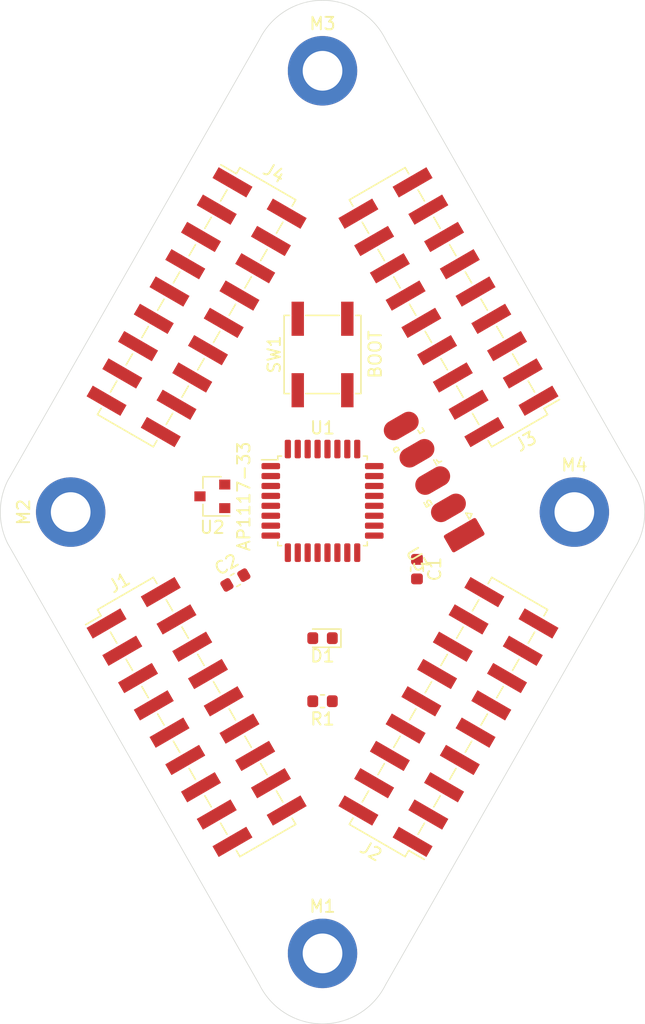
<source format=kicad_pcb>
(kicad_pcb (version 20171130) (host pcbnew 5.1.5+dfsg1-2build2)

  (general
    (thickness 1.6)
    (drawings 8)
    (tracks 0)
    (zones 0)
    (modules 16)
    (nets 35)
  )

  (page A4)
  (layers
    (0 F.Cu signal)
    (31 B.Cu signal)
    (32 B.Adhes user)
    (33 F.Adhes user)
    (34 B.Paste user)
    (35 F.Paste user)
    (36 B.SilkS user)
    (37 F.SilkS user)
    (38 B.Mask user)
    (39 F.Mask user)
    (40 Dwgs.User user)
    (41 Cmts.User user)
    (42 Eco1.User user)
    (43 Eco2.User user)
    (44 Edge.Cuts user)
    (45 Margin user)
    (46 B.CrtYd user)
    (47 F.CrtYd user)
    (48 B.Fab user)
    (49 F.Fab user)
  )

  (setup
    (last_trace_width 0.25)
    (trace_clearance 0.2)
    (zone_clearance 0.508)
    (zone_45_only no)
    (trace_min 0.2)
    (via_size 0.8)
    (via_drill 0.4)
    (via_min_size 0.4)
    (via_min_drill 0.3)
    (uvia_size 0.3)
    (uvia_drill 0.1)
    (uvias_allowed no)
    (uvia_min_size 0.2)
    (uvia_min_drill 0.1)
    (edge_width 0.05)
    (segment_width 0.2)
    (pcb_text_width 0.3)
    (pcb_text_size 1.5 1.5)
    (mod_edge_width 0.12)
    (mod_text_size 1 1)
    (mod_text_width 0.15)
    (pad_size 1.524 1.524)
    (pad_drill 0.762)
    (pad_to_mask_clearance 0.051)
    (solder_mask_min_width 0.25)
    (aux_axis_origin 0 0)
    (visible_elements FFFFFF7F)
    (pcbplotparams
      (layerselection 0x010fc_ffffffff)
      (usegerberextensions false)
      (usegerberattributes false)
      (usegerberadvancedattributes false)
      (creategerberjobfile false)
      (excludeedgelayer true)
      (linewidth 0.100000)
      (plotframeref false)
      (viasonmask false)
      (mode 1)
      (useauxorigin false)
      (hpglpennumber 1)
      (hpglpenspeed 20)
      (hpglpendiameter 15.000000)
      (psnegative false)
      (psa4output false)
      (plotreference true)
      (plotvalue true)
      (plotinvisibletext false)
      (padsonsilk false)
      (subtractmaskfromsilk false)
      (outputformat 1)
      (mirror false)
      (drillshape 1)
      (scaleselection 1)
      (outputdirectory ""))
  )

  (net 0 "")
  (net 1 +5V)
  (net 2 GND)
  (net 3 VDD)
  (net 4 "Net-(D1-Pad1)")
  (net 5 SWC)
  (net 6 PA0)
  (net 7 PA1)
  (net 8 PA2)
  (net 9 PA3)
  (net 10 PA4)
  (net 11 PA5)
  (net 12 PA6)
  (net 13 PA7)
  (net 14 PA15)
  (net 15 SWD)
  (net 16 PA12)
  (net 17 PA11)
  (net 18 PA10)
  (net 19 PA9)
  (net 20 PA8)
  (net 21 PB0)
  (net 22 PB1)
  (net 23 PB2)
  (net 24 PB3)
  (net 25 PB4)
  (net 26 PB5)
  (net 27 PB6)
  (net 28 PB7)
  (net 29 PC15)
  (net 30 PC14)
  (net 31 PC6)
  (net 32 PB9)
  (net 33 PB8)
  (net 34 NRST)

  (net_class Default "This is the default net class."
    (clearance 0.2)
    (trace_width 0.25)
    (via_dia 0.8)
    (via_drill 0.4)
    (uvia_dia 0.3)
    (uvia_drill 0.1)
    (add_net +5V)
    (add_net GND)
    (add_net NRST)
    (add_net "Net-(D1-Pad1)")
    (add_net PA0)
    (add_net PA1)
    (add_net PA10)
    (add_net PA11)
    (add_net PA12)
    (add_net PA15)
    (add_net PA2)
    (add_net PA3)
    (add_net PA4)
    (add_net PA5)
    (add_net PA6)
    (add_net PA7)
    (add_net PA8)
    (add_net PA9)
    (add_net PB0)
    (add_net PB1)
    (add_net PB2)
    (add_net PB3)
    (add_net PB4)
    (add_net PB5)
    (add_net PB6)
    (add_net PB7)
    (add_net PB8)
    (add_net PB9)
    (add_net PC14)
    (add_net PC15)
    (add_net PC6)
    (add_net SWC)
    (add_net SWD)
    (add_net VDD)
  )

  (module Capacitor_SMD:C_0603_1608Metric (layer F.Cu) (tedit 5B301BBE) (tstamp 5F7D6A15)
    (at 95.25 60.4775 270)
    (descr "Capacitor SMD 0603 (1608 Metric), square (rectangular) end terminal, IPC_7351 nominal, (Body size source: http://www.tortai-tech.com/upload/download/2011102023233369053.pdf), generated with kicad-footprint-generator")
    (tags capacitor)
    (path /5F7E7782)
    (attr smd)
    (fp_text reference C1 (at 0 -1.43 90) (layer F.SilkS)
      (effects (font (size 1 1) (thickness 0.15)))
    )
    (fp_text value 1u (at 0 1.43 90) (layer F.Fab)
      (effects (font (size 1 1) (thickness 0.15)))
    )
    (fp_line (start -0.8 0.4) (end -0.8 -0.4) (layer F.Fab) (width 0.1))
    (fp_line (start -0.8 -0.4) (end 0.8 -0.4) (layer F.Fab) (width 0.1))
    (fp_line (start 0.8 -0.4) (end 0.8 0.4) (layer F.Fab) (width 0.1))
    (fp_line (start 0.8 0.4) (end -0.8 0.4) (layer F.Fab) (width 0.1))
    (fp_line (start -0.162779 -0.51) (end 0.162779 -0.51) (layer F.SilkS) (width 0.12))
    (fp_line (start -0.162779 0.51) (end 0.162779 0.51) (layer F.SilkS) (width 0.12))
    (fp_line (start -1.48 0.73) (end -1.48 -0.73) (layer F.CrtYd) (width 0.05))
    (fp_line (start -1.48 -0.73) (end 1.48 -0.73) (layer F.CrtYd) (width 0.05))
    (fp_line (start 1.48 -0.73) (end 1.48 0.73) (layer F.CrtYd) (width 0.05))
    (fp_line (start 1.48 0.73) (end -1.48 0.73) (layer F.CrtYd) (width 0.05))
    (fp_text user %R (at 0 0 90) (layer F.Fab)
      (effects (font (size 0.4 0.4) (thickness 0.06)))
    )
    (pad 1 smd roundrect (at -0.7875 0 270) (size 0.875 0.95) (layers F.Cu F.Paste F.Mask) (roundrect_rratio 0.25)
      (net 1 +5V))
    (pad 2 smd roundrect (at 0.7875 0 270) (size 0.875 0.95) (layers F.Cu F.Paste F.Mask) (roundrect_rratio 0.25)
      (net 2 GND))
    (model ${KISYS3DMOD}/Capacitor_SMD.3dshapes/C_0603_1608Metric.wrl
      (at (xyz 0 0 0))
      (scale (xyz 1 1 1))
      (rotate (xyz 0 0 0))
    )
  )

  (module Capacitor_SMD:C_0603_1608Metric (layer F.Cu) (tedit 5B301BBE) (tstamp 5F7D6A26)
    (at 80.598005 61.35375 30)
    (descr "Capacitor SMD 0603 (1608 Metric), square (rectangular) end terminal, IPC_7351 nominal, (Body size source: http://www.tortai-tech.com/upload/download/2011102023233369053.pdf), generated with kicad-footprint-generator")
    (tags capacitor)
    (path /5F7EA318)
    (attr smd)
    (fp_text reference C2 (at 0 -1.43 30) (layer F.SilkS)
      (effects (font (size 1 1) (thickness 0.15)))
    )
    (fp_text value 1u (at 0 1.43 30) (layer F.Fab)
      (effects (font (size 1 1) (thickness 0.15)))
    )
    (fp_text user %R (at 0 0 30) (layer F.Fab)
      (effects (font (size 0.4 0.4) (thickness 0.06)))
    )
    (fp_line (start 1.48 0.73) (end -1.48 0.73) (layer F.CrtYd) (width 0.05))
    (fp_line (start 1.48 -0.73) (end 1.48 0.73) (layer F.CrtYd) (width 0.05))
    (fp_line (start -1.48 -0.73) (end 1.48 -0.73) (layer F.CrtYd) (width 0.05))
    (fp_line (start -1.48 0.73) (end -1.48 -0.73) (layer F.CrtYd) (width 0.05))
    (fp_line (start -0.162779 0.51) (end 0.162779 0.51) (layer F.SilkS) (width 0.12))
    (fp_line (start -0.162779 -0.51) (end 0.162779 -0.51) (layer F.SilkS) (width 0.12))
    (fp_line (start 0.8 0.4) (end -0.8 0.4) (layer F.Fab) (width 0.1))
    (fp_line (start 0.8 -0.4) (end 0.8 0.4) (layer F.Fab) (width 0.1))
    (fp_line (start -0.8 -0.4) (end 0.8 -0.4) (layer F.Fab) (width 0.1))
    (fp_line (start -0.8 0.4) (end -0.8 -0.4) (layer F.Fab) (width 0.1))
    (pad 2 smd roundrect (at 0.7875 0 30) (size 0.875 0.95) (layers F.Cu F.Paste F.Mask) (roundrect_rratio 0.25)
      (net 2 GND))
    (pad 1 smd roundrect (at -0.7875 0 30) (size 0.875 0.95) (layers F.Cu F.Paste F.Mask) (roundrect_rratio 0.25)
      (net 3 VDD))
    (model ${KISYS3DMOD}/Capacitor_SMD.3dshapes/C_0603_1608Metric.wrl
      (at (xyz 0 0 0))
      (scale (xyz 1 1 1))
      (rotate (xyz 0 0 0))
    )
  )

  (module LED_SMD:LED_0603_1608Metric (layer F.Cu) (tedit 5B301BBE) (tstamp 5F7D6A39)
    (at 87.63 66.04 180)
    (descr "LED SMD 0603 (1608 Metric), square (rectangular) end terminal, IPC_7351 nominal, (Body size source: http://www.tortai-tech.com/upload/download/2011102023233369053.pdf), generated with kicad-footprint-generator")
    (tags diode)
    (path /5F7F02E0)
    (attr smd)
    (fp_text reference D1 (at 0 -1.43) (layer F.SilkS)
      (effects (font (size 1 1) (thickness 0.15)))
    )
    (fp_text value LED (at 0 1.43) (layer F.Fab)
      (effects (font (size 1 1) (thickness 0.15)))
    )
    (fp_line (start 0.8 -0.4) (end -0.5 -0.4) (layer F.Fab) (width 0.1))
    (fp_line (start -0.5 -0.4) (end -0.8 -0.1) (layer F.Fab) (width 0.1))
    (fp_line (start -0.8 -0.1) (end -0.8 0.4) (layer F.Fab) (width 0.1))
    (fp_line (start -0.8 0.4) (end 0.8 0.4) (layer F.Fab) (width 0.1))
    (fp_line (start 0.8 0.4) (end 0.8 -0.4) (layer F.Fab) (width 0.1))
    (fp_line (start 0.8 -0.735) (end -1.485 -0.735) (layer F.SilkS) (width 0.12))
    (fp_line (start -1.485 -0.735) (end -1.485 0.735) (layer F.SilkS) (width 0.12))
    (fp_line (start -1.485 0.735) (end 0.8 0.735) (layer F.SilkS) (width 0.12))
    (fp_line (start -1.48 0.73) (end -1.48 -0.73) (layer F.CrtYd) (width 0.05))
    (fp_line (start -1.48 -0.73) (end 1.48 -0.73) (layer F.CrtYd) (width 0.05))
    (fp_line (start 1.48 -0.73) (end 1.48 0.73) (layer F.CrtYd) (width 0.05))
    (fp_line (start 1.48 0.73) (end -1.48 0.73) (layer F.CrtYd) (width 0.05))
    (fp_text user %R (at 0 0) (layer F.Fab)
      (effects (font (size 0.4 0.4) (thickness 0.06)))
    )
    (pad 1 smd roundrect (at -0.7875 0 180) (size 0.875 0.95) (layers F.Cu F.Paste F.Mask) (roundrect_rratio 0.25)
      (net 4 "Net-(D1-Pad1)"))
    (pad 2 smd roundrect (at 0.7875 0 180) (size 0.875 0.95) (layers F.Cu F.Paste F.Mask) (roundrect_rratio 0.25)
      (net 5 SWC))
    (model ${KISYS3DMOD}/LED_SMD.3dshapes/LED_0603_1608Metric.wrl
      (at (xyz 0 0 0))
      (scale (xyz 1 1 1))
      (rotate (xyz 0 0 0))
    )
  )

  (module Connector_PinHeader_2.54mm:PinHeader_2x09_P2.54mm_Vertical_SMD (layer F.Cu) (tedit 59FED5CC) (tstamp 5F7D6AA6)
    (at 77.47 72.39 30)
    (descr "surface-mounted straight pin header, 2x09, 2.54mm pitch, double rows")
    (tags "Surface mounted pin header SMD 2x09 2.54mm double row")
    (path /5F7FE08A)
    (attr smd)
    (fp_text reference J1 (at 0 -12.49 30) (layer F.SilkS)
      (effects (font (size 1 1) (thickness 0.15)))
    )
    (fp_text value PAL (at 0 12.49 30) (layer F.Fab)
      (effects (font (size 1 1) (thickness 0.15)))
    )
    (fp_line (start 2.54 11.43) (end -2.54 11.43) (layer F.Fab) (width 0.1))
    (fp_line (start -1.59 -11.43) (end 2.54 -11.43) (layer F.Fab) (width 0.1))
    (fp_line (start -2.54 11.43) (end -2.54 -10.48) (layer F.Fab) (width 0.1))
    (fp_line (start -2.54 -10.48) (end -1.59 -11.43) (layer F.Fab) (width 0.1))
    (fp_line (start 2.54 -11.43) (end 2.54 11.43) (layer F.Fab) (width 0.1))
    (fp_line (start -2.54 -10.48) (end -3.6 -10.48) (layer F.Fab) (width 0.1))
    (fp_line (start -3.6 -10.48) (end -3.6 -9.84) (layer F.Fab) (width 0.1))
    (fp_line (start -3.6 -9.84) (end -2.54 -9.84) (layer F.Fab) (width 0.1))
    (fp_line (start 2.54 -10.48) (end 3.6 -10.48) (layer F.Fab) (width 0.1))
    (fp_line (start 3.6 -10.48) (end 3.6 -9.84) (layer F.Fab) (width 0.1))
    (fp_line (start 3.6 -9.84) (end 2.54 -9.84) (layer F.Fab) (width 0.1))
    (fp_line (start -2.54 -7.94) (end -3.6 -7.94) (layer F.Fab) (width 0.1))
    (fp_line (start -3.6 -7.94) (end -3.6 -7.3) (layer F.Fab) (width 0.1))
    (fp_line (start -3.6 -7.3) (end -2.54 -7.3) (layer F.Fab) (width 0.1))
    (fp_line (start 2.54 -7.94) (end 3.6 -7.94) (layer F.Fab) (width 0.1))
    (fp_line (start 3.6 -7.94) (end 3.6 -7.3) (layer F.Fab) (width 0.1))
    (fp_line (start 3.6 -7.3) (end 2.54 -7.3) (layer F.Fab) (width 0.1))
    (fp_line (start -2.54 -5.4) (end -3.6 -5.4) (layer F.Fab) (width 0.1))
    (fp_line (start -3.6 -5.4) (end -3.6 -4.76) (layer F.Fab) (width 0.1))
    (fp_line (start -3.6 -4.76) (end -2.54 -4.76) (layer F.Fab) (width 0.1))
    (fp_line (start 2.54 -5.4) (end 3.6 -5.4) (layer F.Fab) (width 0.1))
    (fp_line (start 3.6 -5.4) (end 3.6 -4.76) (layer F.Fab) (width 0.1))
    (fp_line (start 3.6 -4.76) (end 2.54 -4.76) (layer F.Fab) (width 0.1))
    (fp_line (start -2.54 -2.86) (end -3.6 -2.86) (layer F.Fab) (width 0.1))
    (fp_line (start -3.6 -2.86) (end -3.6 -2.22) (layer F.Fab) (width 0.1))
    (fp_line (start -3.6 -2.22) (end -2.54 -2.22) (layer F.Fab) (width 0.1))
    (fp_line (start 2.54 -2.86) (end 3.6 -2.86) (layer F.Fab) (width 0.1))
    (fp_line (start 3.6 -2.86) (end 3.6 -2.22) (layer F.Fab) (width 0.1))
    (fp_line (start 3.6 -2.22) (end 2.54 -2.22) (layer F.Fab) (width 0.1))
    (fp_line (start -2.54 -0.32) (end -3.6 -0.32) (layer F.Fab) (width 0.1))
    (fp_line (start -3.6 -0.32) (end -3.6 0.32) (layer F.Fab) (width 0.1))
    (fp_line (start -3.6 0.32) (end -2.54 0.32) (layer F.Fab) (width 0.1))
    (fp_line (start 2.54 -0.32) (end 3.6 -0.32) (layer F.Fab) (width 0.1))
    (fp_line (start 3.6 -0.32) (end 3.6 0.32) (layer F.Fab) (width 0.1))
    (fp_line (start 3.6 0.32) (end 2.54 0.32) (layer F.Fab) (width 0.1))
    (fp_line (start -2.54 2.22) (end -3.6 2.22) (layer F.Fab) (width 0.1))
    (fp_line (start -3.6 2.22) (end -3.6 2.86) (layer F.Fab) (width 0.1))
    (fp_line (start -3.6 2.86) (end -2.54 2.86) (layer F.Fab) (width 0.1))
    (fp_line (start 2.54 2.22) (end 3.6 2.22) (layer F.Fab) (width 0.1))
    (fp_line (start 3.6 2.22) (end 3.6 2.86) (layer F.Fab) (width 0.1))
    (fp_line (start 3.6 2.86) (end 2.54 2.86) (layer F.Fab) (width 0.1))
    (fp_line (start -2.54 4.76) (end -3.6 4.76) (layer F.Fab) (width 0.1))
    (fp_line (start -3.6 4.76) (end -3.6 5.4) (layer F.Fab) (width 0.1))
    (fp_line (start -3.6 5.4) (end -2.54 5.4) (layer F.Fab) (width 0.1))
    (fp_line (start 2.54 4.76) (end 3.6 4.76) (layer F.Fab) (width 0.1))
    (fp_line (start 3.6 4.76) (end 3.6 5.4) (layer F.Fab) (width 0.1))
    (fp_line (start 3.6 5.4) (end 2.54 5.4) (layer F.Fab) (width 0.1))
    (fp_line (start -2.54 7.3) (end -3.6 7.3) (layer F.Fab) (width 0.1))
    (fp_line (start -3.6 7.3) (end -3.6 7.94) (layer F.Fab) (width 0.1))
    (fp_line (start -3.6 7.94) (end -2.54 7.94) (layer F.Fab) (width 0.1))
    (fp_line (start 2.54 7.3) (end 3.6 7.3) (layer F.Fab) (width 0.1))
    (fp_line (start 3.6 7.3) (end 3.6 7.94) (layer F.Fab) (width 0.1))
    (fp_line (start 3.6 7.94) (end 2.54 7.94) (layer F.Fab) (width 0.1))
    (fp_line (start -2.54 9.84) (end -3.6 9.84) (layer F.Fab) (width 0.1))
    (fp_line (start -3.6 9.84) (end -3.6 10.48) (layer F.Fab) (width 0.1))
    (fp_line (start -3.6 10.48) (end -2.54 10.48) (layer F.Fab) (width 0.1))
    (fp_line (start 2.54 9.84) (end 3.6 9.84) (layer F.Fab) (width 0.1))
    (fp_line (start 3.6 9.84) (end 3.6 10.48) (layer F.Fab) (width 0.1))
    (fp_line (start 3.6 10.48) (end 2.54 10.48) (layer F.Fab) (width 0.1))
    (fp_line (start -2.6 -11.49) (end 2.6 -11.49) (layer F.SilkS) (width 0.12))
    (fp_line (start -2.6 11.49) (end 2.6 11.49) (layer F.SilkS) (width 0.12))
    (fp_line (start -4.04 -10.92) (end -2.6 -10.92) (layer F.SilkS) (width 0.12))
    (fp_line (start -2.6 -11.49) (end -2.6 -10.92) (layer F.SilkS) (width 0.12))
    (fp_line (start 2.6 -11.49) (end 2.6 -10.92) (layer F.SilkS) (width 0.12))
    (fp_line (start -2.6 10.92) (end -2.6 11.49) (layer F.SilkS) (width 0.12))
    (fp_line (start 2.6 10.92) (end 2.6 11.49) (layer F.SilkS) (width 0.12))
    (fp_line (start -2.6 -9.4) (end -2.6 -8.38) (layer F.SilkS) (width 0.12))
    (fp_line (start 2.6 -9.4) (end 2.6 -8.38) (layer F.SilkS) (width 0.12))
    (fp_line (start -2.6 -6.86) (end -2.6 -5.84) (layer F.SilkS) (width 0.12))
    (fp_line (start 2.6 -6.86) (end 2.6 -5.84) (layer F.SilkS) (width 0.12))
    (fp_line (start -2.6 -4.32) (end -2.6 -3.3) (layer F.SilkS) (width 0.12))
    (fp_line (start 2.6 -4.32) (end 2.6 -3.3) (layer F.SilkS) (width 0.12))
    (fp_line (start -2.6 -1.78) (end -2.6 -0.76) (layer F.SilkS) (width 0.12))
    (fp_line (start 2.6 -1.78) (end 2.6 -0.76) (layer F.SilkS) (width 0.12))
    (fp_line (start -2.6 0.76) (end -2.6 1.78) (layer F.SilkS) (width 0.12))
    (fp_line (start 2.6 0.76) (end 2.6 1.78) (layer F.SilkS) (width 0.12))
    (fp_line (start -2.6 3.3) (end -2.6 4.32) (layer F.SilkS) (width 0.12))
    (fp_line (start 2.6 3.3) (end 2.6 4.32) (layer F.SilkS) (width 0.12))
    (fp_line (start -2.6 5.84) (end -2.6 6.86) (layer F.SilkS) (width 0.12))
    (fp_line (start 2.6 5.84) (end 2.6 6.86) (layer F.SilkS) (width 0.12))
    (fp_line (start -2.6 8.38) (end -2.6 9.4) (layer F.SilkS) (width 0.12))
    (fp_line (start 2.6 8.38) (end 2.6 9.4) (layer F.SilkS) (width 0.12))
    (fp_line (start -5.9 -11.95) (end -5.9 11.95) (layer F.CrtYd) (width 0.05))
    (fp_line (start -5.9 11.95) (end 5.9 11.95) (layer F.CrtYd) (width 0.05))
    (fp_line (start 5.9 11.95) (end 5.9 -11.95) (layer F.CrtYd) (width 0.05))
    (fp_line (start 5.9 -11.95) (end -5.9 -11.95) (layer F.CrtYd) (width 0.05))
    (fp_text user %R (at 0 0 120) (layer F.Fab)
      (effects (font (size 1 1) (thickness 0.15)))
    )
    (pad 1 smd rect (at -2.525 -10.16 30) (size 3.15 1) (layers F.Cu F.Paste F.Mask)
      (net 6 PA0))
    (pad 2 smd rect (at 2.525 -10.16 30) (size 3.15 1) (layers F.Cu F.Paste F.Mask)
      (net 6 PA0))
    (pad 3 smd rect (at -2.525 -7.62 30) (size 3.15 1) (layers F.Cu F.Paste F.Mask)
      (net 7 PA1))
    (pad 4 smd rect (at 2.525 -7.62 30) (size 3.15 1) (layers F.Cu F.Paste F.Mask)
      (net 7 PA1))
    (pad 5 smd rect (at -2.525 -5.08 30) (size 3.15 1) (layers F.Cu F.Paste F.Mask)
      (net 8 PA2))
    (pad 6 smd rect (at 2.525 -5.08 30) (size 3.15 1) (layers F.Cu F.Paste F.Mask)
      (net 8 PA2))
    (pad 7 smd rect (at -2.525 -2.54 30) (size 3.15 1) (layers F.Cu F.Paste F.Mask)
      (net 9 PA3))
    (pad 8 smd rect (at 2.525 -2.54 30) (size 3.15 1) (layers F.Cu F.Paste F.Mask)
      (net 9 PA3))
    (pad 9 smd rect (at -2.525 0 30) (size 3.15 1) (layers F.Cu F.Paste F.Mask)
      (net 10 PA4))
    (pad 10 smd rect (at 2.525 0 30) (size 3.15 1) (layers F.Cu F.Paste F.Mask)
      (net 10 PA4))
    (pad 11 smd rect (at -2.525 2.54 30) (size 3.15 1) (layers F.Cu F.Paste F.Mask)
      (net 11 PA5))
    (pad 12 smd rect (at 2.525 2.54 30) (size 3.15 1) (layers F.Cu F.Paste F.Mask)
      (net 11 PA5))
    (pad 13 smd rect (at -2.525 5.08 30) (size 3.15 1) (layers F.Cu F.Paste F.Mask)
      (net 12 PA6))
    (pad 14 smd rect (at 2.525 5.08 30) (size 3.15 1) (layers F.Cu F.Paste F.Mask)
      (net 12 PA6))
    (pad 15 smd rect (at -2.525 7.62 30) (size 3.15 1) (layers F.Cu F.Paste F.Mask)
      (net 13 PA7))
    (pad 16 smd rect (at 2.525 7.62 30) (size 3.15 1) (layers F.Cu F.Paste F.Mask)
      (net 13 PA7))
    (pad 17 smd rect (at -2.525 10.16 30) (size 3.15 1) (layers F.Cu F.Paste F.Mask)
      (net 2 GND))
    (pad 18 smd rect (at 2.525 10.16 30) (size 3.15 1) (layers F.Cu F.Paste F.Mask)
      (net 2 GND))
    (model ${KISYS3DMOD}/Connector_PinHeader_2.54mm.3dshapes/PinHeader_2x09_P2.54mm_Vertical_SMD.wrl
      (at (xyz 0 0 0))
      (scale (xyz 1 1 1))
      (rotate (xyz 0 0 0))
    )
  )

  (module Connector_PinHeader_2.54mm:PinHeader_2x09_P2.54mm_Vertical_SMD (layer F.Cu) (tedit 59FED5CC) (tstamp 5F7D8D2D)
    (at 97.79 72.39 150)
    (descr "surface-mounted straight pin header, 2x09, 2.54mm pitch, double rows")
    (tags "Surface mounted pin header SMD 2x09 2.54mm double row")
    (path /5F80567F)
    (attr smd)
    (fp_text reference J2 (at 0 -12.49 150) (layer F.SilkS)
      (effects (font (size 1 1) (thickness 0.15)))
    )
    (fp_text value PAH (at 0 12.49 150) (layer F.Fab)
      (effects (font (size 1 1) (thickness 0.15)))
    )
    (fp_text user %R (at 0 0 60) (layer F.Fab)
      (effects (font (size 1 1) (thickness 0.15)))
    )
    (fp_line (start 5.9 -11.95) (end -5.9 -11.95) (layer F.CrtYd) (width 0.05))
    (fp_line (start 5.9 11.95) (end 5.9 -11.95) (layer F.CrtYd) (width 0.05))
    (fp_line (start -5.9 11.95) (end 5.9 11.95) (layer F.CrtYd) (width 0.05))
    (fp_line (start -5.9 -11.95) (end -5.9 11.95) (layer F.CrtYd) (width 0.05))
    (fp_line (start 2.6 8.38) (end 2.6 9.4) (layer F.SilkS) (width 0.12))
    (fp_line (start -2.6 8.38) (end -2.6 9.4) (layer F.SilkS) (width 0.12))
    (fp_line (start 2.6 5.84) (end 2.6 6.86) (layer F.SilkS) (width 0.12))
    (fp_line (start -2.6 5.84) (end -2.6 6.86) (layer F.SilkS) (width 0.12))
    (fp_line (start 2.6 3.3) (end 2.6 4.32) (layer F.SilkS) (width 0.12))
    (fp_line (start -2.6 3.3) (end -2.6 4.32) (layer F.SilkS) (width 0.12))
    (fp_line (start 2.6 0.76) (end 2.6 1.78) (layer F.SilkS) (width 0.12))
    (fp_line (start -2.6 0.76) (end -2.6 1.78) (layer F.SilkS) (width 0.12))
    (fp_line (start 2.6 -1.78) (end 2.6 -0.76) (layer F.SilkS) (width 0.12))
    (fp_line (start -2.6 -1.78) (end -2.6 -0.76) (layer F.SilkS) (width 0.12))
    (fp_line (start 2.6 -4.32) (end 2.6 -3.3) (layer F.SilkS) (width 0.12))
    (fp_line (start -2.6 -4.32) (end -2.6 -3.3) (layer F.SilkS) (width 0.12))
    (fp_line (start 2.6 -6.86) (end 2.6 -5.84) (layer F.SilkS) (width 0.12))
    (fp_line (start -2.6 -6.86) (end -2.6 -5.84) (layer F.SilkS) (width 0.12))
    (fp_line (start 2.6 -9.4) (end 2.6 -8.38) (layer F.SilkS) (width 0.12))
    (fp_line (start -2.6 -9.4) (end -2.6 -8.38) (layer F.SilkS) (width 0.12))
    (fp_line (start 2.6 10.92) (end 2.6 11.49) (layer F.SilkS) (width 0.12))
    (fp_line (start -2.6 10.92) (end -2.6 11.49) (layer F.SilkS) (width 0.12))
    (fp_line (start 2.6 -11.49) (end 2.6 -10.92) (layer F.SilkS) (width 0.12))
    (fp_line (start -2.6 -11.49) (end -2.6 -10.92) (layer F.SilkS) (width 0.12))
    (fp_line (start -4.04 -10.92) (end -2.6 -10.92) (layer F.SilkS) (width 0.12))
    (fp_line (start -2.6 11.49) (end 2.6 11.49) (layer F.SilkS) (width 0.12))
    (fp_line (start -2.6 -11.49) (end 2.6 -11.49) (layer F.SilkS) (width 0.12))
    (fp_line (start 3.6 10.48) (end 2.54 10.48) (layer F.Fab) (width 0.1))
    (fp_line (start 3.6 9.84) (end 3.6 10.48) (layer F.Fab) (width 0.1))
    (fp_line (start 2.54 9.84) (end 3.6 9.84) (layer F.Fab) (width 0.1))
    (fp_line (start -3.6 10.48) (end -2.54 10.48) (layer F.Fab) (width 0.1))
    (fp_line (start -3.6 9.84) (end -3.6 10.48) (layer F.Fab) (width 0.1))
    (fp_line (start -2.54 9.84) (end -3.6 9.84) (layer F.Fab) (width 0.1))
    (fp_line (start 3.6 7.94) (end 2.54 7.94) (layer F.Fab) (width 0.1))
    (fp_line (start 3.6 7.3) (end 3.6 7.94) (layer F.Fab) (width 0.1))
    (fp_line (start 2.54 7.3) (end 3.6 7.3) (layer F.Fab) (width 0.1))
    (fp_line (start -3.6 7.94) (end -2.54 7.94) (layer F.Fab) (width 0.1))
    (fp_line (start -3.6 7.3) (end -3.6 7.94) (layer F.Fab) (width 0.1))
    (fp_line (start -2.54 7.3) (end -3.6 7.3) (layer F.Fab) (width 0.1))
    (fp_line (start 3.6 5.4) (end 2.54 5.4) (layer F.Fab) (width 0.1))
    (fp_line (start 3.6 4.76) (end 3.6 5.4) (layer F.Fab) (width 0.1))
    (fp_line (start 2.54 4.76) (end 3.6 4.76) (layer F.Fab) (width 0.1))
    (fp_line (start -3.6 5.4) (end -2.54 5.4) (layer F.Fab) (width 0.1))
    (fp_line (start -3.6 4.76) (end -3.6 5.4) (layer F.Fab) (width 0.1))
    (fp_line (start -2.54 4.76) (end -3.6 4.76) (layer F.Fab) (width 0.1))
    (fp_line (start 3.6 2.86) (end 2.54 2.86) (layer F.Fab) (width 0.1))
    (fp_line (start 3.6 2.22) (end 3.6 2.86) (layer F.Fab) (width 0.1))
    (fp_line (start 2.54 2.22) (end 3.6 2.22) (layer F.Fab) (width 0.1))
    (fp_line (start -3.6 2.86) (end -2.54 2.86) (layer F.Fab) (width 0.1))
    (fp_line (start -3.6 2.22) (end -3.6 2.86) (layer F.Fab) (width 0.1))
    (fp_line (start -2.54 2.22) (end -3.6 2.22) (layer F.Fab) (width 0.1))
    (fp_line (start 3.6 0.32) (end 2.54 0.32) (layer F.Fab) (width 0.1))
    (fp_line (start 3.6 -0.32) (end 3.6 0.32) (layer F.Fab) (width 0.1))
    (fp_line (start 2.54 -0.32) (end 3.6 -0.32) (layer F.Fab) (width 0.1))
    (fp_line (start -3.6 0.32) (end -2.54 0.32) (layer F.Fab) (width 0.1))
    (fp_line (start -3.6 -0.32) (end -3.6 0.32) (layer F.Fab) (width 0.1))
    (fp_line (start -2.54 -0.32) (end -3.6 -0.32) (layer F.Fab) (width 0.1))
    (fp_line (start 3.6 -2.22) (end 2.54 -2.22) (layer F.Fab) (width 0.1))
    (fp_line (start 3.6 -2.86) (end 3.6 -2.22) (layer F.Fab) (width 0.1))
    (fp_line (start 2.54 -2.86) (end 3.6 -2.86) (layer F.Fab) (width 0.1))
    (fp_line (start -3.6 -2.22) (end -2.54 -2.22) (layer F.Fab) (width 0.1))
    (fp_line (start -3.6 -2.86) (end -3.6 -2.22) (layer F.Fab) (width 0.1))
    (fp_line (start -2.54 -2.86) (end -3.6 -2.86) (layer F.Fab) (width 0.1))
    (fp_line (start 3.6 -4.76) (end 2.54 -4.76) (layer F.Fab) (width 0.1))
    (fp_line (start 3.6 -5.4) (end 3.6 -4.76) (layer F.Fab) (width 0.1))
    (fp_line (start 2.54 -5.4) (end 3.6 -5.4) (layer F.Fab) (width 0.1))
    (fp_line (start -3.6 -4.76) (end -2.54 -4.76) (layer F.Fab) (width 0.1))
    (fp_line (start -3.6 -5.4) (end -3.6 -4.76) (layer F.Fab) (width 0.1))
    (fp_line (start -2.54 -5.4) (end -3.6 -5.4) (layer F.Fab) (width 0.1))
    (fp_line (start 3.6 -7.3) (end 2.54 -7.3) (layer F.Fab) (width 0.1))
    (fp_line (start 3.6 -7.94) (end 3.6 -7.3) (layer F.Fab) (width 0.1))
    (fp_line (start 2.54 -7.94) (end 3.6 -7.94) (layer F.Fab) (width 0.1))
    (fp_line (start -3.6 -7.3) (end -2.54 -7.3) (layer F.Fab) (width 0.1))
    (fp_line (start -3.6 -7.94) (end -3.6 -7.3) (layer F.Fab) (width 0.1))
    (fp_line (start -2.54 -7.94) (end -3.6 -7.94) (layer F.Fab) (width 0.1))
    (fp_line (start 3.6 -9.84) (end 2.54 -9.84) (layer F.Fab) (width 0.1))
    (fp_line (start 3.6 -10.48) (end 3.6 -9.84) (layer F.Fab) (width 0.1))
    (fp_line (start 2.54 -10.48) (end 3.6 -10.48) (layer F.Fab) (width 0.1))
    (fp_line (start -3.6 -9.84) (end -2.54 -9.84) (layer F.Fab) (width 0.1))
    (fp_line (start -3.6 -10.48) (end -3.6 -9.84) (layer F.Fab) (width 0.1))
    (fp_line (start -2.54 -10.48) (end -3.6 -10.48) (layer F.Fab) (width 0.1))
    (fp_line (start 2.54 -11.43) (end 2.54 11.43) (layer F.Fab) (width 0.1))
    (fp_line (start -2.54 -10.48) (end -1.59 -11.43) (layer F.Fab) (width 0.1))
    (fp_line (start -2.54 11.43) (end -2.54 -10.48) (layer F.Fab) (width 0.1))
    (fp_line (start -1.59 -11.43) (end 2.54 -11.43) (layer F.Fab) (width 0.1))
    (fp_line (start 2.54 11.43) (end -2.54 11.43) (layer F.Fab) (width 0.1))
    (pad 18 smd rect (at 2.525 10.16 150) (size 3.15 1) (layers F.Cu F.Paste F.Mask)
      (net 2 GND))
    (pad 17 smd rect (at -2.525 10.16 150) (size 3.15 1) (layers F.Cu F.Paste F.Mask)
      (net 2 GND))
    (pad 16 smd rect (at 2.525 7.62 150) (size 3.15 1) (layers F.Cu F.Paste F.Mask)
      (net 14 PA15))
    (pad 15 smd rect (at -2.525 7.62 150) (size 3.15 1) (layers F.Cu F.Paste F.Mask)
      (net 14 PA15))
    (pad 14 smd rect (at 2.525 5.08 150) (size 3.15 1) (layers F.Cu F.Paste F.Mask)
      (net 5 SWC))
    (pad 13 smd rect (at -2.525 5.08 150) (size 3.15 1) (layers F.Cu F.Paste F.Mask)
      (net 5 SWC))
    (pad 12 smd rect (at 2.525 2.54 150) (size 3.15 1) (layers F.Cu F.Paste F.Mask)
      (net 15 SWD))
    (pad 11 smd rect (at -2.525 2.54 150) (size 3.15 1) (layers F.Cu F.Paste F.Mask)
      (net 15 SWD))
    (pad 10 smd rect (at 2.525 0 150) (size 3.15 1) (layers F.Cu F.Paste F.Mask)
      (net 16 PA12))
    (pad 9 smd rect (at -2.525 0 150) (size 3.15 1) (layers F.Cu F.Paste F.Mask)
      (net 16 PA12))
    (pad 8 smd rect (at 2.525 -2.54 150) (size 3.15 1) (layers F.Cu F.Paste F.Mask)
      (net 17 PA11))
    (pad 7 smd rect (at -2.525 -2.54 150) (size 3.15 1) (layers F.Cu F.Paste F.Mask)
      (net 17 PA11))
    (pad 6 smd rect (at 2.525 -5.08 150) (size 3.15 1) (layers F.Cu F.Paste F.Mask)
      (net 18 PA10))
    (pad 5 smd rect (at -2.525 -5.08 150) (size 3.15 1) (layers F.Cu F.Paste F.Mask)
      (net 18 PA10))
    (pad 4 smd rect (at 2.525 -7.62 150) (size 3.15 1) (layers F.Cu F.Paste F.Mask)
      (net 19 PA9))
    (pad 3 smd rect (at -2.525 -7.62 150) (size 3.15 1) (layers F.Cu F.Paste F.Mask)
      (net 19 PA9))
    (pad 2 smd rect (at 2.525 -10.16 150) (size 3.15 1) (layers F.Cu F.Paste F.Mask)
      (net 20 PA8))
    (pad 1 smd rect (at -2.525 -10.16 150) (size 3.15 1) (layers F.Cu F.Paste F.Mask)
      (net 20 PA8))
    (model ${KISYS3DMOD}/Connector_PinHeader_2.54mm.3dshapes/PinHeader_2x09_P2.54mm_Vertical_SMD.wrl
      (at (xyz 0 0 0))
      (scale (xyz 1 1 1))
      (rotate (xyz 0 0 0))
    )
  )

  (module Connector_PinHeader_2.54mm:PinHeader_2x09_P2.54mm_Vertical_SMD (layer F.Cu) (tedit 59FED5CC) (tstamp 5F7DBB5F)
    (at 97.79 39.37 210)
    (descr "surface-mounted straight pin header, 2x09, 2.54mm pitch, double rows")
    (tags "Surface mounted pin header SMD 2x09 2.54mm double row")
    (path /5F809CD3)
    (attr smd)
    (fp_text reference J3 (at 0 -12.49 30) (layer F.SilkS)
      (effects (font (size 1 1) (thickness 0.15)))
    )
    (fp_text value PB (at 0 12.49 30) (layer F.Fab)
      (effects (font (size 1 1) (thickness 0.15)))
    )
    (fp_line (start 2.54 11.43) (end -2.54 11.43) (layer F.Fab) (width 0.1))
    (fp_line (start -1.59 -11.43) (end 2.54 -11.43) (layer F.Fab) (width 0.1))
    (fp_line (start -2.54 11.43) (end -2.54 -10.48) (layer F.Fab) (width 0.1))
    (fp_line (start -2.54 -10.48) (end -1.59 -11.43) (layer F.Fab) (width 0.1))
    (fp_line (start 2.54 -11.43) (end 2.54 11.43) (layer F.Fab) (width 0.1))
    (fp_line (start -2.54 -10.48) (end -3.6 -10.48) (layer F.Fab) (width 0.1))
    (fp_line (start -3.6 -10.48) (end -3.6 -9.84) (layer F.Fab) (width 0.1))
    (fp_line (start -3.6 -9.84) (end -2.54 -9.84) (layer F.Fab) (width 0.1))
    (fp_line (start 2.54 -10.48) (end 3.6 -10.48) (layer F.Fab) (width 0.1))
    (fp_line (start 3.6 -10.48) (end 3.6 -9.84) (layer F.Fab) (width 0.1))
    (fp_line (start 3.6 -9.84) (end 2.54 -9.84) (layer F.Fab) (width 0.1))
    (fp_line (start -2.54 -7.94) (end -3.6 -7.94) (layer F.Fab) (width 0.1))
    (fp_line (start -3.6 -7.94) (end -3.6 -7.3) (layer F.Fab) (width 0.1))
    (fp_line (start -3.6 -7.3) (end -2.54 -7.3) (layer F.Fab) (width 0.1))
    (fp_line (start 2.54 -7.94) (end 3.6 -7.94) (layer F.Fab) (width 0.1))
    (fp_line (start 3.6 -7.94) (end 3.6 -7.3) (layer F.Fab) (width 0.1))
    (fp_line (start 3.6 -7.3) (end 2.54 -7.3) (layer F.Fab) (width 0.1))
    (fp_line (start -2.54 -5.4) (end -3.6 -5.4) (layer F.Fab) (width 0.1))
    (fp_line (start -3.6 -5.4) (end -3.6 -4.76) (layer F.Fab) (width 0.1))
    (fp_line (start -3.6 -4.76) (end -2.54 -4.76) (layer F.Fab) (width 0.1))
    (fp_line (start 2.54 -5.4) (end 3.6 -5.4) (layer F.Fab) (width 0.1))
    (fp_line (start 3.6 -5.4) (end 3.6 -4.76) (layer F.Fab) (width 0.1))
    (fp_line (start 3.6 -4.76) (end 2.54 -4.76) (layer F.Fab) (width 0.1))
    (fp_line (start -2.54 -2.86) (end -3.6 -2.86) (layer F.Fab) (width 0.1))
    (fp_line (start -3.6 -2.86) (end -3.6 -2.22) (layer F.Fab) (width 0.1))
    (fp_line (start -3.6 -2.22) (end -2.54 -2.22) (layer F.Fab) (width 0.1))
    (fp_line (start 2.54 -2.86) (end 3.6 -2.86) (layer F.Fab) (width 0.1))
    (fp_line (start 3.6 -2.86) (end 3.6 -2.22) (layer F.Fab) (width 0.1))
    (fp_line (start 3.6 -2.22) (end 2.54 -2.22) (layer F.Fab) (width 0.1))
    (fp_line (start -2.54 -0.32) (end -3.6 -0.32) (layer F.Fab) (width 0.1))
    (fp_line (start -3.6 -0.32) (end -3.6 0.32) (layer F.Fab) (width 0.1))
    (fp_line (start -3.6 0.32) (end -2.54 0.32) (layer F.Fab) (width 0.1))
    (fp_line (start 2.54 -0.32) (end 3.6 -0.32) (layer F.Fab) (width 0.1))
    (fp_line (start 3.6 -0.32) (end 3.6 0.32) (layer F.Fab) (width 0.1))
    (fp_line (start 3.6 0.32) (end 2.54 0.32) (layer F.Fab) (width 0.1))
    (fp_line (start -2.54 2.22) (end -3.6 2.22) (layer F.Fab) (width 0.1))
    (fp_line (start -3.6 2.22) (end -3.6 2.86) (layer F.Fab) (width 0.1))
    (fp_line (start -3.6 2.86) (end -2.54 2.86) (layer F.Fab) (width 0.1))
    (fp_line (start 2.54 2.22) (end 3.6 2.22) (layer F.Fab) (width 0.1))
    (fp_line (start 3.6 2.22) (end 3.6 2.86) (layer F.Fab) (width 0.1))
    (fp_line (start 3.6 2.86) (end 2.54 2.86) (layer F.Fab) (width 0.1))
    (fp_line (start -2.54 4.76) (end -3.6 4.76) (layer F.Fab) (width 0.1))
    (fp_line (start -3.6 4.76) (end -3.6 5.4) (layer F.Fab) (width 0.1))
    (fp_line (start -3.6 5.4) (end -2.54 5.4) (layer F.Fab) (width 0.1))
    (fp_line (start 2.54 4.76) (end 3.6 4.76) (layer F.Fab) (width 0.1))
    (fp_line (start 3.6 4.76) (end 3.6 5.4) (layer F.Fab) (width 0.1))
    (fp_line (start 3.6 5.4) (end 2.54 5.4) (layer F.Fab) (width 0.1))
    (fp_line (start -2.54 7.3) (end -3.6 7.3) (layer F.Fab) (width 0.1))
    (fp_line (start -3.6 7.3) (end -3.6 7.94) (layer F.Fab) (width 0.1))
    (fp_line (start -3.6 7.94) (end -2.54 7.94) (layer F.Fab) (width 0.1))
    (fp_line (start 2.54 7.3) (end 3.6 7.3) (layer F.Fab) (width 0.1))
    (fp_line (start 3.6 7.3) (end 3.6 7.94) (layer F.Fab) (width 0.1))
    (fp_line (start 3.6 7.94) (end 2.54 7.94) (layer F.Fab) (width 0.1))
    (fp_line (start -2.54 9.84) (end -3.6 9.84) (layer F.Fab) (width 0.1))
    (fp_line (start -3.6 9.84) (end -3.6 10.48) (layer F.Fab) (width 0.1))
    (fp_line (start -3.6 10.48) (end -2.54 10.48) (layer F.Fab) (width 0.1))
    (fp_line (start 2.54 9.84) (end 3.6 9.84) (layer F.Fab) (width 0.1))
    (fp_line (start 3.6 9.84) (end 3.6 10.48) (layer F.Fab) (width 0.1))
    (fp_line (start 3.6 10.48) (end 2.54 10.48) (layer F.Fab) (width 0.1))
    (fp_line (start -2.6 -11.49) (end 2.6 -11.49) (layer F.SilkS) (width 0.12))
    (fp_line (start -2.6 11.49) (end 2.6 11.49) (layer F.SilkS) (width 0.12))
    (fp_line (start -4.04 -10.92) (end -2.6 -10.92) (layer F.SilkS) (width 0.12))
    (fp_line (start -2.6 -11.49) (end -2.6 -10.92) (layer F.SilkS) (width 0.12))
    (fp_line (start 2.6 -11.49) (end 2.6 -10.92) (layer F.SilkS) (width 0.12))
    (fp_line (start -2.6 10.92) (end -2.6 11.49) (layer F.SilkS) (width 0.12))
    (fp_line (start 2.6 10.92) (end 2.6 11.49) (layer F.SilkS) (width 0.12))
    (fp_line (start -2.6 -9.4) (end -2.6 -8.38) (layer F.SilkS) (width 0.12))
    (fp_line (start 2.6 -9.4) (end 2.6 -8.38) (layer F.SilkS) (width 0.12))
    (fp_line (start -2.6 -6.86) (end -2.6 -5.84) (layer F.SilkS) (width 0.12))
    (fp_line (start 2.6 -6.86) (end 2.6 -5.84) (layer F.SilkS) (width 0.12))
    (fp_line (start -2.6 -4.32) (end -2.6 -3.3) (layer F.SilkS) (width 0.12))
    (fp_line (start 2.6 -4.32) (end 2.6 -3.3) (layer F.SilkS) (width 0.12))
    (fp_line (start -2.6 -1.78) (end -2.6 -0.76) (layer F.SilkS) (width 0.12))
    (fp_line (start 2.6 -1.78) (end 2.6 -0.76) (layer F.SilkS) (width 0.12))
    (fp_line (start -2.6 0.76) (end -2.6 1.78) (layer F.SilkS) (width 0.12))
    (fp_line (start 2.6 0.76) (end 2.6 1.78) (layer F.SilkS) (width 0.12))
    (fp_line (start -2.6 3.3) (end -2.6 4.32) (layer F.SilkS) (width 0.12))
    (fp_line (start 2.6 3.3) (end 2.6 4.32) (layer F.SilkS) (width 0.12))
    (fp_line (start -2.6 5.84) (end -2.6 6.86) (layer F.SilkS) (width 0.12))
    (fp_line (start 2.6 5.84) (end 2.6 6.86) (layer F.SilkS) (width 0.12))
    (fp_line (start -2.6 8.38) (end -2.6 9.4) (layer F.SilkS) (width 0.12))
    (fp_line (start 2.6 8.38) (end 2.6 9.4) (layer F.SilkS) (width 0.12))
    (fp_line (start -5.9 -11.95) (end -5.9 11.95) (layer F.CrtYd) (width 0.05))
    (fp_line (start -5.9 11.95) (end 5.9 11.95) (layer F.CrtYd) (width 0.05))
    (fp_line (start 5.9 11.95) (end 5.9 -11.95) (layer F.CrtYd) (width 0.05))
    (fp_line (start 5.9 -11.95) (end -5.9 -11.95) (layer F.CrtYd) (width 0.05))
    (fp_text user %R (at 0 0 120) (layer F.Fab)
      (effects (font (size 1 1) (thickness 0.15)))
    )
    (pad 1 smd rect (at -2.525 -10.16 210) (size 3.15 1) (layers F.Cu F.Paste F.Mask)
      (net 21 PB0))
    (pad 2 smd rect (at 2.525 -10.16 210) (size 3.15 1) (layers F.Cu F.Paste F.Mask)
      (net 21 PB0))
    (pad 3 smd rect (at -2.525 -7.62 210) (size 3.15 1) (layers F.Cu F.Paste F.Mask)
      (net 22 PB1))
    (pad 4 smd rect (at 2.525 -7.62 210) (size 3.15 1) (layers F.Cu F.Paste F.Mask)
      (net 22 PB1))
    (pad 5 smd rect (at -2.525 -5.08 210) (size 3.15 1) (layers F.Cu F.Paste F.Mask)
      (net 23 PB2))
    (pad 6 smd rect (at 2.525 -5.08 210) (size 3.15 1) (layers F.Cu F.Paste F.Mask)
      (net 23 PB2))
    (pad 7 smd rect (at -2.525 -2.54 210) (size 3.15 1) (layers F.Cu F.Paste F.Mask)
      (net 24 PB3))
    (pad 8 smd rect (at 2.525 -2.54 210) (size 3.15 1) (layers F.Cu F.Paste F.Mask)
      (net 24 PB3))
    (pad 9 smd rect (at -2.525 0 210) (size 3.15 1) (layers F.Cu F.Paste F.Mask)
      (net 25 PB4))
    (pad 10 smd rect (at 2.525 0 210) (size 3.15 1) (layers F.Cu F.Paste F.Mask)
      (net 25 PB4))
    (pad 11 smd rect (at -2.525 2.54 210) (size 3.15 1) (layers F.Cu F.Paste F.Mask)
      (net 26 PB5))
    (pad 12 smd rect (at 2.525 2.54 210) (size 3.15 1) (layers F.Cu F.Paste F.Mask)
      (net 26 PB5))
    (pad 13 smd rect (at -2.525 5.08 210) (size 3.15 1) (layers F.Cu F.Paste F.Mask)
      (net 27 PB6))
    (pad 14 smd rect (at 2.525 5.08 210) (size 3.15 1) (layers F.Cu F.Paste F.Mask)
      (net 27 PB6))
    (pad 15 smd rect (at -2.525 7.62 210) (size 3.15 1) (layers F.Cu F.Paste F.Mask)
      (net 28 PB7))
    (pad 16 smd rect (at 2.525 7.62 210) (size 3.15 1) (layers F.Cu F.Paste F.Mask)
      (net 28 PB7))
    (pad 17 smd rect (at -2.525 10.16 210) (size 3.15 1) (layers F.Cu F.Paste F.Mask)
      (net 2 GND))
    (pad 18 smd rect (at 2.525 10.16 210) (size 3.15 1) (layers F.Cu F.Paste F.Mask)
      (net 2 GND))
    (model ${KISYS3DMOD}/Connector_PinHeader_2.54mm.3dshapes/PinHeader_2x09_P2.54mm_Vertical_SMD.wrl
      (at (xyz 0 0 0))
      (scale (xyz 1 1 1))
      (rotate (xyz 0 0 0))
    )
  )

  (module Connector_PinHeader_2.54mm:PinHeader_2x09_P2.54mm_Vertical_SMD (layer F.Cu) (tedit 59FED5CC) (tstamp 5F7D6BED)
    (at 77.47 39.37 330)
    (descr "surface-mounted straight pin header, 2x09, 2.54mm pitch, double rows")
    (tags "Surface mounted pin header SMD 2x09 2.54mm double row")
    (path /5F81B600)
    (attr smd)
    (fp_text reference J4 (at 0 -12.49 150) (layer F.SilkS)
      (effects (font (size 1 1) (thickness 0.15)))
    )
    (fp_text value PV (at 0 12.49 150) (layer F.Fab)
      (effects (font (size 1 1) (thickness 0.15)))
    )
    (fp_text user %R (at 0 0 60) (layer F.Fab)
      (effects (font (size 1 1) (thickness 0.15)))
    )
    (fp_line (start 5.9 -11.95) (end -5.9 -11.95) (layer F.CrtYd) (width 0.05))
    (fp_line (start 5.9 11.95) (end 5.9 -11.95) (layer F.CrtYd) (width 0.05))
    (fp_line (start -5.9 11.95) (end 5.9 11.95) (layer F.CrtYd) (width 0.05))
    (fp_line (start -5.9 -11.95) (end -5.9 11.95) (layer F.CrtYd) (width 0.05))
    (fp_line (start 2.6 8.38) (end 2.6 9.4) (layer F.SilkS) (width 0.12))
    (fp_line (start -2.6 8.38) (end -2.6 9.4) (layer F.SilkS) (width 0.12))
    (fp_line (start 2.6 5.84) (end 2.6 6.86) (layer F.SilkS) (width 0.12))
    (fp_line (start -2.6 5.84) (end -2.6 6.86) (layer F.SilkS) (width 0.12))
    (fp_line (start 2.6 3.3) (end 2.6 4.32) (layer F.SilkS) (width 0.12))
    (fp_line (start -2.6 3.3) (end -2.6 4.32) (layer F.SilkS) (width 0.12))
    (fp_line (start 2.6 0.76) (end 2.6 1.78) (layer F.SilkS) (width 0.12))
    (fp_line (start -2.6 0.76) (end -2.6 1.78) (layer F.SilkS) (width 0.12))
    (fp_line (start 2.6 -1.78) (end 2.6 -0.76) (layer F.SilkS) (width 0.12))
    (fp_line (start -2.6 -1.78) (end -2.6 -0.76) (layer F.SilkS) (width 0.12))
    (fp_line (start 2.6 -4.32) (end 2.6 -3.3) (layer F.SilkS) (width 0.12))
    (fp_line (start -2.6 -4.32) (end -2.6 -3.3) (layer F.SilkS) (width 0.12))
    (fp_line (start 2.6 -6.86) (end 2.6 -5.84) (layer F.SilkS) (width 0.12))
    (fp_line (start -2.6 -6.86) (end -2.6 -5.84) (layer F.SilkS) (width 0.12))
    (fp_line (start 2.6 -9.4) (end 2.6 -8.38) (layer F.SilkS) (width 0.12))
    (fp_line (start -2.6 -9.4) (end -2.6 -8.38) (layer F.SilkS) (width 0.12))
    (fp_line (start 2.6 10.92) (end 2.6 11.49) (layer F.SilkS) (width 0.12))
    (fp_line (start -2.6 10.92) (end -2.6 11.49) (layer F.SilkS) (width 0.12))
    (fp_line (start 2.6 -11.49) (end 2.6 -10.92) (layer F.SilkS) (width 0.12))
    (fp_line (start -2.6 -11.49) (end -2.6 -10.92) (layer F.SilkS) (width 0.12))
    (fp_line (start -4.04 -10.92) (end -2.6 -10.92) (layer F.SilkS) (width 0.12))
    (fp_line (start -2.6 11.49) (end 2.6 11.49) (layer F.SilkS) (width 0.12))
    (fp_line (start -2.6 -11.49) (end 2.6 -11.49) (layer F.SilkS) (width 0.12))
    (fp_line (start 3.6 10.48) (end 2.54 10.48) (layer F.Fab) (width 0.1))
    (fp_line (start 3.6 9.84) (end 3.6 10.48) (layer F.Fab) (width 0.1))
    (fp_line (start 2.54 9.84) (end 3.6 9.84) (layer F.Fab) (width 0.1))
    (fp_line (start -3.6 10.48) (end -2.54 10.48) (layer F.Fab) (width 0.1))
    (fp_line (start -3.6 9.84) (end -3.6 10.48) (layer F.Fab) (width 0.1))
    (fp_line (start -2.54 9.84) (end -3.6 9.84) (layer F.Fab) (width 0.1))
    (fp_line (start 3.6 7.94) (end 2.54 7.94) (layer F.Fab) (width 0.1))
    (fp_line (start 3.6 7.3) (end 3.6 7.94) (layer F.Fab) (width 0.1))
    (fp_line (start 2.54 7.3) (end 3.6 7.3) (layer F.Fab) (width 0.1))
    (fp_line (start -3.6 7.94) (end -2.54 7.94) (layer F.Fab) (width 0.1))
    (fp_line (start -3.6 7.3) (end -3.6 7.94) (layer F.Fab) (width 0.1))
    (fp_line (start -2.54 7.3) (end -3.6 7.3) (layer F.Fab) (width 0.1))
    (fp_line (start 3.6 5.4) (end 2.54 5.4) (layer F.Fab) (width 0.1))
    (fp_line (start 3.6 4.76) (end 3.6 5.4) (layer F.Fab) (width 0.1))
    (fp_line (start 2.54 4.76) (end 3.6 4.76) (layer F.Fab) (width 0.1))
    (fp_line (start -3.6 5.4) (end -2.54 5.4) (layer F.Fab) (width 0.1))
    (fp_line (start -3.6 4.76) (end -3.6 5.4) (layer F.Fab) (width 0.1))
    (fp_line (start -2.54 4.76) (end -3.6 4.76) (layer F.Fab) (width 0.1))
    (fp_line (start 3.6 2.86) (end 2.54 2.86) (layer F.Fab) (width 0.1))
    (fp_line (start 3.6 2.22) (end 3.6 2.86) (layer F.Fab) (width 0.1))
    (fp_line (start 2.54 2.22) (end 3.6 2.22) (layer F.Fab) (width 0.1))
    (fp_line (start -3.6 2.86) (end -2.54 2.86) (layer F.Fab) (width 0.1))
    (fp_line (start -3.6 2.22) (end -3.6 2.86) (layer F.Fab) (width 0.1))
    (fp_line (start -2.54 2.22) (end -3.6 2.22) (layer F.Fab) (width 0.1))
    (fp_line (start 3.6 0.32) (end 2.54 0.32) (layer F.Fab) (width 0.1))
    (fp_line (start 3.6 -0.32) (end 3.6 0.32) (layer F.Fab) (width 0.1))
    (fp_line (start 2.54 -0.32) (end 3.6 -0.32) (layer F.Fab) (width 0.1))
    (fp_line (start -3.6 0.32) (end -2.54 0.32) (layer F.Fab) (width 0.1))
    (fp_line (start -3.6 -0.32) (end -3.6 0.32) (layer F.Fab) (width 0.1))
    (fp_line (start -2.54 -0.32) (end -3.6 -0.32) (layer F.Fab) (width 0.1))
    (fp_line (start 3.6 -2.22) (end 2.54 -2.22) (layer F.Fab) (width 0.1))
    (fp_line (start 3.6 -2.86) (end 3.6 -2.22) (layer F.Fab) (width 0.1))
    (fp_line (start 2.54 -2.86) (end 3.6 -2.86) (layer F.Fab) (width 0.1))
    (fp_line (start -3.6 -2.22) (end -2.54 -2.22) (layer F.Fab) (width 0.1))
    (fp_line (start -3.6 -2.86) (end -3.6 -2.22) (layer F.Fab) (width 0.1))
    (fp_line (start -2.54 -2.86) (end -3.6 -2.86) (layer F.Fab) (width 0.1))
    (fp_line (start 3.6 -4.76) (end 2.54 -4.76) (layer F.Fab) (width 0.1))
    (fp_line (start 3.6 -5.4) (end 3.6 -4.76) (layer F.Fab) (width 0.1))
    (fp_line (start 2.54 -5.4) (end 3.6 -5.4) (layer F.Fab) (width 0.1))
    (fp_line (start -3.6 -4.76) (end -2.54 -4.76) (layer F.Fab) (width 0.1))
    (fp_line (start -3.6 -5.4) (end -3.6 -4.76) (layer F.Fab) (width 0.1))
    (fp_line (start -2.54 -5.4) (end -3.6 -5.4) (layer F.Fab) (width 0.1))
    (fp_line (start 3.6 -7.3) (end 2.54 -7.3) (layer F.Fab) (width 0.1))
    (fp_line (start 3.6 -7.94) (end 3.6 -7.3) (layer F.Fab) (width 0.1))
    (fp_line (start 2.54 -7.94) (end 3.6 -7.94) (layer F.Fab) (width 0.1))
    (fp_line (start -3.6 -7.3) (end -2.54 -7.3) (layer F.Fab) (width 0.1))
    (fp_line (start -3.6 -7.94) (end -3.6 -7.3) (layer F.Fab) (width 0.1))
    (fp_line (start -2.54 -7.94) (end -3.6 -7.94) (layer F.Fab) (width 0.1))
    (fp_line (start 3.6 -9.84) (end 2.54 -9.84) (layer F.Fab) (width 0.1))
    (fp_line (start 3.6 -10.48) (end 3.6 -9.84) (layer F.Fab) (width 0.1))
    (fp_line (start 2.54 -10.48) (end 3.6 -10.48) (layer F.Fab) (width 0.1))
    (fp_line (start -3.6 -9.84) (end -2.54 -9.84) (layer F.Fab) (width 0.1))
    (fp_line (start -3.6 -10.48) (end -3.6 -9.84) (layer F.Fab) (width 0.1))
    (fp_line (start -2.54 -10.48) (end -3.6 -10.48) (layer F.Fab) (width 0.1))
    (fp_line (start 2.54 -11.43) (end 2.54 11.43) (layer F.Fab) (width 0.1))
    (fp_line (start -2.54 -10.48) (end -1.59 -11.43) (layer F.Fab) (width 0.1))
    (fp_line (start -2.54 11.43) (end -2.54 -10.48) (layer F.Fab) (width 0.1))
    (fp_line (start -1.59 -11.43) (end 2.54 -11.43) (layer F.Fab) (width 0.1))
    (fp_line (start 2.54 11.43) (end -2.54 11.43) (layer F.Fab) (width 0.1))
    (pad 18 smd rect (at 2.525 10.16 330) (size 3.15 1) (layers F.Cu F.Paste F.Mask)
      (net 2 GND))
    (pad 17 smd rect (at -2.525 10.16 330) (size 3.15 1) (layers F.Cu F.Paste F.Mask)
      (net 2 GND))
    (pad 16 smd rect (at 2.525 7.62 330) (size 3.15 1) (layers F.Cu F.Paste F.Mask)
      (net 1 +5V))
    (pad 15 smd rect (at -2.525 7.62 330) (size 3.15 1) (layers F.Cu F.Paste F.Mask)
      (net 1 +5V))
    (pad 14 smd rect (at 2.525 5.08 330) (size 3.15 1) (layers F.Cu F.Paste F.Mask)
      (net 1 +5V))
    (pad 13 smd rect (at -2.525 5.08 330) (size 3.15 1) (layers F.Cu F.Paste F.Mask)
      (net 1 +5V))
    (pad 12 smd rect (at 2.525 2.54 330) (size 3.15 1) (layers F.Cu F.Paste F.Mask)
      (net 3 VDD))
    (pad 11 smd rect (at -2.525 2.54 330) (size 3.15 1) (layers F.Cu F.Paste F.Mask)
      (net 3 VDD))
    (pad 10 smd rect (at 2.525 0 330) (size 3.15 1) (layers F.Cu F.Paste F.Mask)
      (net 29 PC15))
    (pad 9 smd rect (at -2.525 0 330) (size 3.15 1) (layers F.Cu F.Paste F.Mask)
      (net 29 PC15))
    (pad 8 smd rect (at 2.525 -2.54 330) (size 3.15 1) (layers F.Cu F.Paste F.Mask)
      (net 30 PC14))
    (pad 7 smd rect (at -2.525 -2.54 330) (size 3.15 1) (layers F.Cu F.Paste F.Mask)
      (net 30 PC14))
    (pad 6 smd rect (at 2.525 -5.08 330) (size 3.15 1) (layers F.Cu F.Paste F.Mask)
      (net 31 PC6))
    (pad 5 smd rect (at -2.525 -5.08 330) (size 3.15 1) (layers F.Cu F.Paste F.Mask)
      (net 31 PC6))
    (pad 4 smd rect (at 2.525 -7.62 330) (size 3.15 1) (layers F.Cu F.Paste F.Mask)
      (net 32 PB9))
    (pad 3 smd rect (at -2.525 -7.62 330) (size 3.15 1) (layers F.Cu F.Paste F.Mask)
      (net 32 PB9))
    (pad 2 smd rect (at 2.525 -10.16 330) (size 3.15 1) (layers F.Cu F.Paste F.Mask)
      (net 33 PB8))
    (pad 1 smd rect (at -2.525 -10.16 330) (size 3.15 1) (layers F.Cu F.Paste F.Mask)
      (net 33 PB8))
    (model ${KISYS3DMOD}/Connector_PinHeader_2.54mm.3dshapes/PinHeader_2x09_P2.54mm_Vertical_SMD.wrl
      (at (xyz 0 0 0))
      (scale (xyz 1 1 1))
      (rotate (xyz 0 0 0))
    )
  )

  (module Resistor_SMD:R_0603_1608Metric (layer F.Cu) (tedit 5B301BBD) (tstamp 5F7D6BFE)
    (at 87.63 71.12 180)
    (descr "Resistor SMD 0603 (1608 Metric), square (rectangular) end terminal, IPC_7351 nominal, (Body size source: http://www.tortai-tech.com/upload/download/2011102023233369053.pdf), generated with kicad-footprint-generator")
    (tags resistor)
    (path /5F7EF8ED)
    (attr smd)
    (fp_text reference R1 (at 0 -1.43) (layer F.SilkS)
      (effects (font (size 1 1) (thickness 0.15)))
    )
    (fp_text value 1k (at 0 1.43) (layer F.Fab)
      (effects (font (size 1 1) (thickness 0.15)))
    )
    (fp_line (start -0.8 0.4) (end -0.8 -0.4) (layer F.Fab) (width 0.1))
    (fp_line (start -0.8 -0.4) (end 0.8 -0.4) (layer F.Fab) (width 0.1))
    (fp_line (start 0.8 -0.4) (end 0.8 0.4) (layer F.Fab) (width 0.1))
    (fp_line (start 0.8 0.4) (end -0.8 0.4) (layer F.Fab) (width 0.1))
    (fp_line (start -0.162779 -0.51) (end 0.162779 -0.51) (layer F.SilkS) (width 0.12))
    (fp_line (start -0.162779 0.51) (end 0.162779 0.51) (layer F.SilkS) (width 0.12))
    (fp_line (start -1.48 0.73) (end -1.48 -0.73) (layer F.CrtYd) (width 0.05))
    (fp_line (start -1.48 -0.73) (end 1.48 -0.73) (layer F.CrtYd) (width 0.05))
    (fp_line (start 1.48 -0.73) (end 1.48 0.73) (layer F.CrtYd) (width 0.05))
    (fp_line (start 1.48 0.73) (end -1.48 0.73) (layer F.CrtYd) (width 0.05))
    (fp_text user %R (at 0 0) (layer F.Fab)
      (effects (font (size 0.4 0.4) (thickness 0.06)))
    )
    (pad 1 smd roundrect (at -0.7875 0 180) (size 0.875 0.95) (layers F.Cu F.Paste F.Mask) (roundrect_rratio 0.25)
      (net 4 "Net-(D1-Pad1)"))
    (pad 2 smd roundrect (at 0.7875 0 180) (size 0.875 0.95) (layers F.Cu F.Paste F.Mask) (roundrect_rratio 0.25)
      (net 2 GND))
    (model ${KISYS3DMOD}/Resistor_SMD.3dshapes/R_0603_1608Metric.wrl
      (at (xyz 0 0 0))
      (scale (xyz 1 1 1))
      (rotate (xyz 0 0 0))
    )
  )

  (module Button_Switch_SMD:SW_SPST_EVPBF (layer F.Cu) (tedit 5A02FC95) (tstamp 5F7D6C18)
    (at 87.63 43.18 90)
    (descr "Light Touch Switch")
    (path /5F7EBEBF)
    (attr smd)
    (fp_text reference SW1 (at 0 -3.9 90) (layer F.SilkS)
      (effects (font (size 1 1) (thickness 0.15)))
    )
    (fp_text value BOOT (at 0 4.25 90) (layer F.SilkS)
      (effects (font (size 1 1) (thickness 0.15)))
    )
    (fp_line (start -3.15 2.65) (end -3.15 3.1) (layer F.SilkS) (width 0.12))
    (fp_line (start -3.15 3.1) (end 3.15 3.1) (layer F.SilkS) (width 0.12))
    (fp_line (start 3.15 3.1) (end 3.15 2.7) (layer F.SilkS) (width 0.12))
    (fp_line (start -3.15 1.35) (end -3.15 -1.35) (layer F.SilkS) (width 0.12))
    (fp_line (start 3.15 -1.35) (end 3.15 1.35) (layer F.SilkS) (width 0.12))
    (fp_line (start -3.15 -3.1) (end 3.15 -3.1) (layer F.SilkS) (width 0.12))
    (fp_line (start 3.15 -3.1) (end 3.15 -2.65) (layer F.SilkS) (width 0.12))
    (fp_line (start -3.15 -2.65) (end -3.15 -3.1) (layer F.SilkS) (width 0.12))
    (fp_line (start -3 -3) (end 3 -3) (layer F.Fab) (width 0.1))
    (fp_line (start 3 -3) (end 3 3) (layer F.Fab) (width 0.1))
    (fp_line (start 3 3) (end -3 3) (layer F.Fab) (width 0.1))
    (fp_line (start -3 3) (end -3 -3) (layer F.Fab) (width 0.1))
    (fp_text user %R (at 0 -3.9 90) (layer F.Fab)
      (effects (font (size 1 1) (thickness 0.15)))
    )
    (fp_line (start -4.5 -3.25) (end 4.5 -3.25) (layer F.CrtYd) (width 0.05))
    (fp_line (start 4.5 -3.25) (end 4.5 3.25) (layer F.CrtYd) (width 0.05))
    (fp_line (start 4.5 3.25) (end -4.5 3.25) (layer F.CrtYd) (width 0.05))
    (fp_line (start -4.5 3.25) (end -4.5 -3.25) (layer F.CrtYd) (width 0.05))
    (fp_circle (center 0 0) (end 1.7 0) (layer F.Fab) (width 0.1))
    (pad 1 smd rect (at 2.88 -2 90) (size 2.75 1) (layers F.Cu F.Paste F.Mask)
      (net 5 SWC))
    (pad 1 smd rect (at -2.88 -2 90) (size 2.75 1) (layers F.Cu F.Paste F.Mask)
      (net 5 SWC))
    (pad 2 smd rect (at -2.88 2 90) (size 2.75 1) (layers F.Cu F.Paste F.Mask)
      (net 3 VDD))
    (pad 2 smd rect (at 2.88 2 90) (size 2.75 1) (layers F.Cu F.Paste F.Mask)
      (net 3 VDD))
    (model ${KISYS3DMOD}/Button_Switch_SMD.3dshapes/SW_SPST_EVPBF.wrl
      (at (xyz 0 0 0))
      (scale (xyz 1 1 1))
      (rotate (xyz 0 0 0))
    )
  )

  (module Package_QFP:LQFP-32_7x7mm_P0.8mm (layer F.Cu) (tedit 5C1823C9) (tstamp 5F7D7DCC)
    (at 87.63 54.975)
    (descr "LQFP, 32 Pin (https://www.nxp.com/docs/en/package-information/SOT358-1.pdf), generated with kicad-footprint-generator ipc_gullwing_generator.py")
    (tags "LQFP QFP")
    (path /5F7DE05B)
    (attr smd)
    (fp_text reference U1 (at 0 -5.88) (layer F.SilkS)
      (effects (font (size 1 1) (thickness 0.15)))
    )
    (fp_text value stm32g031k (at 0 5.88) (layer F.Fab)
      (effects (font (size 1 1) (thickness 0.15)))
    )
    (fp_line (start 3.31 3.61) (end 3.61 3.61) (layer F.SilkS) (width 0.12))
    (fp_line (start 3.61 3.61) (end 3.61 3.31) (layer F.SilkS) (width 0.12))
    (fp_line (start -3.31 3.61) (end -3.61 3.61) (layer F.SilkS) (width 0.12))
    (fp_line (start -3.61 3.61) (end -3.61 3.31) (layer F.SilkS) (width 0.12))
    (fp_line (start 3.31 -3.61) (end 3.61 -3.61) (layer F.SilkS) (width 0.12))
    (fp_line (start 3.61 -3.61) (end 3.61 -3.31) (layer F.SilkS) (width 0.12))
    (fp_line (start -3.31 -3.61) (end -3.61 -3.61) (layer F.SilkS) (width 0.12))
    (fp_line (start -3.61 -3.61) (end -3.61 -3.31) (layer F.SilkS) (width 0.12))
    (fp_line (start -3.61 -3.31) (end -4.925 -3.31) (layer F.SilkS) (width 0.12))
    (fp_line (start -2.5 -3.5) (end 3.5 -3.5) (layer F.Fab) (width 0.1))
    (fp_line (start 3.5 -3.5) (end 3.5 3.5) (layer F.Fab) (width 0.1))
    (fp_line (start 3.5 3.5) (end -3.5 3.5) (layer F.Fab) (width 0.1))
    (fp_line (start -3.5 3.5) (end -3.5 -2.5) (layer F.Fab) (width 0.1))
    (fp_line (start -3.5 -2.5) (end -2.5 -3.5) (layer F.Fab) (width 0.1))
    (fp_line (start 0 -5.18) (end -3.3 -5.18) (layer F.CrtYd) (width 0.05))
    (fp_line (start -3.3 -5.18) (end -3.3 -3.75) (layer F.CrtYd) (width 0.05))
    (fp_line (start -3.3 -3.75) (end -3.75 -3.75) (layer F.CrtYd) (width 0.05))
    (fp_line (start -3.75 -3.75) (end -3.75 -3.3) (layer F.CrtYd) (width 0.05))
    (fp_line (start -3.75 -3.3) (end -5.18 -3.3) (layer F.CrtYd) (width 0.05))
    (fp_line (start -5.18 -3.3) (end -5.18 0) (layer F.CrtYd) (width 0.05))
    (fp_line (start 0 -5.18) (end 3.3 -5.18) (layer F.CrtYd) (width 0.05))
    (fp_line (start 3.3 -5.18) (end 3.3 -3.75) (layer F.CrtYd) (width 0.05))
    (fp_line (start 3.3 -3.75) (end 3.75 -3.75) (layer F.CrtYd) (width 0.05))
    (fp_line (start 3.75 -3.75) (end 3.75 -3.3) (layer F.CrtYd) (width 0.05))
    (fp_line (start 3.75 -3.3) (end 5.18 -3.3) (layer F.CrtYd) (width 0.05))
    (fp_line (start 5.18 -3.3) (end 5.18 0) (layer F.CrtYd) (width 0.05))
    (fp_line (start 0 5.18) (end -3.3 5.18) (layer F.CrtYd) (width 0.05))
    (fp_line (start -3.3 5.18) (end -3.3 3.75) (layer F.CrtYd) (width 0.05))
    (fp_line (start -3.3 3.75) (end -3.75 3.75) (layer F.CrtYd) (width 0.05))
    (fp_line (start -3.75 3.75) (end -3.75 3.3) (layer F.CrtYd) (width 0.05))
    (fp_line (start -3.75 3.3) (end -5.18 3.3) (layer F.CrtYd) (width 0.05))
    (fp_line (start -5.18 3.3) (end -5.18 0) (layer F.CrtYd) (width 0.05))
    (fp_line (start 0 5.18) (end 3.3 5.18) (layer F.CrtYd) (width 0.05))
    (fp_line (start 3.3 5.18) (end 3.3 3.75) (layer F.CrtYd) (width 0.05))
    (fp_line (start 3.3 3.75) (end 3.75 3.75) (layer F.CrtYd) (width 0.05))
    (fp_line (start 3.75 3.75) (end 3.75 3.3) (layer F.CrtYd) (width 0.05))
    (fp_line (start 3.75 3.3) (end 5.18 3.3) (layer F.CrtYd) (width 0.05))
    (fp_line (start 5.18 3.3) (end 5.18 0) (layer F.CrtYd) (width 0.05))
    (fp_text user %R (at 0 0) (layer F.Fab)
      (effects (font (size 1 1) (thickness 0.15)))
    )
    (pad 1 smd roundrect (at -4.175 -2.8) (size 1.5 0.5) (layers F.Cu F.Paste F.Mask) (roundrect_rratio 0.25)
      (net 32 PB9))
    (pad 2 smd roundrect (at -4.175 -2) (size 1.5 0.5) (layers F.Cu F.Paste F.Mask) (roundrect_rratio 0.25)
      (net 30 PC14))
    (pad 3 smd roundrect (at -4.175 -1.2) (size 1.5 0.5) (layers F.Cu F.Paste F.Mask) (roundrect_rratio 0.25)
      (net 29 PC15))
    (pad 4 smd roundrect (at -4.175 -0.4) (size 1.5 0.5) (layers F.Cu F.Paste F.Mask) (roundrect_rratio 0.25)
      (net 3 VDD))
    (pad 5 smd roundrect (at -4.175 0.4) (size 1.5 0.5) (layers F.Cu F.Paste F.Mask) (roundrect_rratio 0.25)
      (net 2 GND))
    (pad 6 smd roundrect (at -4.175 1.2) (size 1.5 0.5) (layers F.Cu F.Paste F.Mask) (roundrect_rratio 0.25)
      (net 34 NRST))
    (pad 7 smd roundrect (at -4.175 2) (size 1.5 0.5) (layers F.Cu F.Paste F.Mask) (roundrect_rratio 0.25)
      (net 6 PA0))
    (pad 8 smd roundrect (at -4.175 2.8) (size 1.5 0.5) (layers F.Cu F.Paste F.Mask) (roundrect_rratio 0.25)
      (net 7 PA1))
    (pad 9 smd roundrect (at -2.8 4.175) (size 0.5 1.5) (layers F.Cu F.Paste F.Mask) (roundrect_rratio 0.25)
      (net 8 PA2))
    (pad 10 smd roundrect (at -2 4.175) (size 0.5 1.5) (layers F.Cu F.Paste F.Mask) (roundrect_rratio 0.25)
      (net 9 PA3))
    (pad 11 smd roundrect (at -1.2 4.175) (size 0.5 1.5) (layers F.Cu F.Paste F.Mask) (roundrect_rratio 0.25)
      (net 10 PA4))
    (pad 12 smd roundrect (at -0.4 4.175) (size 0.5 1.5) (layers F.Cu F.Paste F.Mask) (roundrect_rratio 0.25)
      (net 11 PA5))
    (pad 13 smd roundrect (at 0.4 4.175) (size 0.5 1.5) (layers F.Cu F.Paste F.Mask) (roundrect_rratio 0.25)
      (net 12 PA6))
    (pad 14 smd roundrect (at 1.2 4.175) (size 0.5 1.5) (layers F.Cu F.Paste F.Mask) (roundrect_rratio 0.25)
      (net 13 PA7))
    (pad 15 smd roundrect (at 2 4.175) (size 0.5 1.5) (layers F.Cu F.Paste F.Mask) (roundrect_rratio 0.25)
      (net 21 PB0))
    (pad 16 smd roundrect (at 2.8 4.175) (size 0.5 1.5) (layers F.Cu F.Paste F.Mask) (roundrect_rratio 0.25)
      (net 22 PB1))
    (pad 17 smd roundrect (at 4.175 2.8) (size 1.5 0.5) (layers F.Cu F.Paste F.Mask) (roundrect_rratio 0.25)
      (net 23 PB2))
    (pad 18 smd roundrect (at 4.175 2) (size 1.5 0.5) (layers F.Cu F.Paste F.Mask) (roundrect_rratio 0.25)
      (net 20 PA8))
    (pad 19 smd roundrect (at 4.175 1.2) (size 1.5 0.5) (layers F.Cu F.Paste F.Mask) (roundrect_rratio 0.25)
      (net 19 PA9))
    (pad 20 smd roundrect (at 4.175 0.4) (size 1.5 0.5) (layers F.Cu F.Paste F.Mask) (roundrect_rratio 0.25)
      (net 31 PC6))
    (pad 21 smd roundrect (at 4.175 -0.4) (size 1.5 0.5) (layers F.Cu F.Paste F.Mask) (roundrect_rratio 0.25)
      (net 18 PA10))
    (pad 22 smd roundrect (at 4.175 -1.2) (size 1.5 0.5) (layers F.Cu F.Paste F.Mask) (roundrect_rratio 0.25)
      (net 17 PA11))
    (pad 23 smd roundrect (at 4.175 -2) (size 1.5 0.5) (layers F.Cu F.Paste F.Mask) (roundrect_rratio 0.25)
      (net 16 PA12))
    (pad 24 smd roundrect (at 4.175 -2.8) (size 1.5 0.5) (layers F.Cu F.Paste F.Mask) (roundrect_rratio 0.25)
      (net 15 SWD))
    (pad 25 smd roundrect (at 2.8 -4.175) (size 0.5 1.5) (layers F.Cu F.Paste F.Mask) (roundrect_rratio 0.25)
      (net 5 SWC))
    (pad 26 smd roundrect (at 2 -4.175) (size 0.5 1.5) (layers F.Cu F.Paste F.Mask) (roundrect_rratio 0.25)
      (net 14 PA15))
    (pad 27 smd roundrect (at 1.2 -4.175) (size 0.5 1.5) (layers F.Cu F.Paste F.Mask) (roundrect_rratio 0.25)
      (net 24 PB3))
    (pad 28 smd roundrect (at 0.4 -4.175) (size 0.5 1.5) (layers F.Cu F.Paste F.Mask) (roundrect_rratio 0.25)
      (net 25 PB4))
    (pad 29 smd roundrect (at -0.4 -4.175) (size 0.5 1.5) (layers F.Cu F.Paste F.Mask) (roundrect_rratio 0.25)
      (net 26 PB5))
    (pad 30 smd roundrect (at -1.2 -4.175) (size 0.5 1.5) (layers F.Cu F.Paste F.Mask) (roundrect_rratio 0.25)
      (net 27 PB6))
    (pad 31 smd roundrect (at -2 -4.175) (size 0.5 1.5) (layers F.Cu F.Paste F.Mask) (roundrect_rratio 0.25)
      (net 28 PB7))
    (pad 32 smd roundrect (at -2.8 -4.175) (size 0.5 1.5) (layers F.Cu F.Paste F.Mask) (roundrect_rratio 0.25)
      (net 33 PB8))
    (model ${KISYS3DMOD}/Package_QFP.3dshapes/LQFP-32_7x7mm_P0.8mm.wrl
      (at (xyz 0 0 0))
      (scale (xyz 1 1 1))
      (rotate (xyz 0 0 0))
    )
  )

  (module Package_TO_SOT_SMD:SOT-23 (layer F.Cu) (tedit 5A02FF57) (tstamp 5F7D6C78)
    (at 78.74 54.61 180)
    (descr "SOT-23, Standard")
    (tags SOT-23)
    (path /5F7E0451)
    (attr smd)
    (fp_text reference U2 (at 0 -2.5) (layer F.SilkS)
      (effects (font (size 1 1) (thickness 0.15)))
    )
    (fp_text value AP1117-33 (at -2.54 0 90) (layer F.SilkS)
      (effects (font (size 1 1) (thickness 0.15)))
    )
    (fp_text user %R (at 0 0 90) (layer F.Fab)
      (effects (font (size 0.5 0.5) (thickness 0.075)))
    )
    (fp_line (start -0.7 -0.95) (end -0.7 1.5) (layer F.Fab) (width 0.1))
    (fp_line (start -0.15 -1.52) (end 0.7 -1.52) (layer F.Fab) (width 0.1))
    (fp_line (start -0.7 -0.95) (end -0.15 -1.52) (layer F.Fab) (width 0.1))
    (fp_line (start 0.7 -1.52) (end 0.7 1.52) (layer F.Fab) (width 0.1))
    (fp_line (start -0.7 1.52) (end 0.7 1.52) (layer F.Fab) (width 0.1))
    (fp_line (start 0.76 1.58) (end 0.76 0.65) (layer F.SilkS) (width 0.12))
    (fp_line (start 0.76 -1.58) (end 0.76 -0.65) (layer F.SilkS) (width 0.12))
    (fp_line (start -1.7 -1.75) (end 1.7 -1.75) (layer F.CrtYd) (width 0.05))
    (fp_line (start 1.7 -1.75) (end 1.7 1.75) (layer F.CrtYd) (width 0.05))
    (fp_line (start 1.7 1.75) (end -1.7 1.75) (layer F.CrtYd) (width 0.05))
    (fp_line (start -1.7 1.75) (end -1.7 -1.75) (layer F.CrtYd) (width 0.05))
    (fp_line (start 0.76 -1.58) (end -1.4 -1.58) (layer F.SilkS) (width 0.12))
    (fp_line (start 0.76 1.58) (end -0.7 1.58) (layer F.SilkS) (width 0.12))
    (pad 1 smd rect (at -1 -0.95 180) (size 0.9 0.8) (layers F.Cu F.Paste F.Mask)
      (net 2 GND))
    (pad 2 smd rect (at -1 0.95 180) (size 0.9 0.8) (layers F.Cu F.Paste F.Mask)
      (net 1 +5V))
    (pad 3 smd rect (at 1 0 180) (size 0.9 0.8) (layers F.Cu F.Paste F.Mask)
      (net 3 VDD))
    (model ${KISYS3DMOD}/Package_TO_SOT_SMD.3dshapes/SOT-23.wrl
      (at (xyz 0 0 0))
      (scale (xyz 1 1 1))
      (rotate (xyz 0 0 0))
    )
  )

  (module cnlohr-kicad:POGO-5-SWD (layer F.Cu) (tedit 5F1BC05F) (tstamp 5F7D6CA2)
    (at 96.52 53.34 120)
    (path /5F7DEC8C)
    (fp_text reference U3 (at -4.864261 -4.274852 120) (layer F.SilkS)
      (effects (font (size 1 1) (thickness 0.15)))
    )
    (fp_text value swd_1x5_header (at 0 -2.54 120) (layer F.Fab)
      (effects (font (size 1 1) (thickness 0.15)))
    )
    (fp_line (start 6 1.7) (end 6 -1.7) (layer F.CrtYd) (width 0.12))
    (fp_line (start -6.1 1.7) (end 6 1.7) (layer F.CrtYd) (width 0.12))
    (fp_line (start -6.1 -1.7) (end -6.1 1.7) (layer F.CrtYd) (width 0.12))
    (fp_line (start 6 -1.7) (end -6.1 -1.7) (layer F.CrtYd) (width 0.12))
    (fp_line (start 3.8 1.4) (end 4.1 1.4) (layer F.SilkS) (width 0.12))
    (fp_line (start 3.8 1) (end 3.8 1.4) (layer F.SilkS) (width 0.12))
    (fp_line (start 4.1 1) (end 3.8 1) (layer F.SilkS) (width 0.12))
    (fp_line (start 3.7 -1.5) (end 3.5 -1.5) (layer F.SilkS) (width 0.12))
    (fp_line (start 3.8 -1.4) (end 3.7 -1.5) (layer F.SilkS) (width 0.12))
    (fp_line (start 3.8 -1.2) (end 3.8 -1.4) (layer F.SilkS) (width 0.12))
    (fp_line (start 3.7 -1.1) (end 3.8 -1.2) (layer F.SilkS) (width 0.12))
    (fp_line (start 3.5 -1.1) (end 3.7 -1.1) (layer F.SilkS) (width 0.12))
    (fp_line (start 3.5 -1.5) (end 3.5 -1.1) (layer F.SilkS) (width 0.12))
    (fp_line (start 1.3 0.9) (end 1.4 0.9) (layer F.SilkS) (width 0.12))
    (fp_line (start 1.2 1.1) (end 1.3 1.1) (layer F.SilkS) (width 0.12))
    (fp_line (start 1 1.2) (end 1.2 1.1) (layer F.SilkS) (width 0.12))
    (fp_line (start 1 1.4) (end 1 1.1) (layer F.SilkS) (width 0.12))
    (fp_line (start 0.9 0.9) (end 1.3 0.9) (layer F.SilkS) (width 0.12))
    (fp_line (start -1.6 -1) (end -1.5 -1) (layer F.SilkS) (width 0.12))
    (fp_line (start -1.4 -1) (end -1.5 -1) (layer F.SilkS) (width 0.12))
    (fp_line (start -1.3 -1) (end -1.4 -1) (layer F.SilkS) (width 0.12))
    (fp_line (start -1.2 -1.1) (end -1.3 -1) (layer F.SilkS) (width 0.12))
    (fp_line (start -1.2 -1.2) (end -1.2 -1.1) (layer F.SilkS) (width 0.12))
    (fp_line (start -1.3 -1.3) (end -1.2 -1.2) (layer F.SilkS) (width 0.12))
    (fp_line (start -1.4 -1.3) (end -1.3 -1.3) (layer F.SilkS) (width 0.12))
    (fp_line (start -1.6 -1.2) (end -1.4 -1.3) (layer F.SilkS) (width 0.12))
    (fp_line (start -1.6 -1.3) (end -1.6 -1.2) (layer F.SilkS) (width 0.12))
    (fp_line (start -1.6 -1.5) (end -1.6 -1.3) (layer F.SilkS) (width 0.12))
    (fp_line (start -1.6 -1.5) (end -1.2 -1.5) (layer F.SilkS) (width 0.12))
    (fp_line (start -3.6 1) (end -3.7 1) (layer F.SilkS) (width 0.12))
    (fp_line (start -3.9 1.4) (end -3.6 1) (layer F.SilkS) (width 0.12))
    (fp_line (start -4.2 1) (end -3.9 1.4) (layer F.SilkS) (width 0.12))
    (fp_line (start -3.7 1) (end -4.2 1) (layer F.SilkS) (width 0.12))
    (pad 1 smd roundrect (at -5.08 0 120) (size 1.6 3) (layers F.Cu F.Mask) (roundrect_rratio 0.1)
      (net 2 GND))
    (pad 2 smd oval (at -2.54 0 120) (size 1.6 3) (layers F.Cu F.Mask)
      (net 1 +5V))
    (pad 3 smd oval (at 0 0 120) (size 1.6 3) (layers F.Cu F.Mask)
      (net 34 NRST))
    (pad 4 smd oval (at 2.54 0 120) (size 1.6 3) (layers F.Cu F.Mask)
      (net 15 SWD))
    (pad 5 smd oval (at 5.08 0 120) (size 1.6 3) (layers F.Cu F.Mask)
      (net 5 SWC))
  )

  (module MountingHole:MountingHole_3.2mm_M3_DIN965_Pad (layer F.Cu) (tedit 56D1B4CB) (tstamp 5F7DBF92)
    (at 87.63 91.44)
    (descr "Mounting Hole 3.2mm, M3, DIN965")
    (tags "mounting hole 3.2mm m3 din965")
    (path /5F95FDB6)
    (attr virtual)
    (fp_text reference M1 (at 0 -3.8) (layer F.SilkS)
      (effects (font (size 1 1) (thickness 0.15)))
    )
    (fp_text value ~ (at 0 3.8) (layer F.Fab)
      (effects (font (size 1 1) (thickness 0.15)))
    )
    (fp_text user %R (at 0.3 0) (layer F.Fab)
      (effects (font (size 1 1) (thickness 0.15)))
    )
    (fp_circle (center 0 0) (end 2.8 0) (layer Cmts.User) (width 0.15))
    (fp_circle (center 0 0) (end 3.05 0) (layer F.CrtYd) (width 0.05))
    (pad 1 thru_hole circle (at 0 0) (size 5.6 5.6) (drill 3.2) (layers *.Cu *.Mask)
      (net 2 GND))
  )

  (module MountingHole:MountingHole_3.2mm_M3_DIN965_Pad (layer F.Cu) (tedit 56D1B4CB) (tstamp 5F7DBDD1)
    (at 67.31 55.88 90)
    (descr "Mounting Hole 3.2mm, M3, DIN965")
    (tags "mounting hole 3.2mm m3 din965")
    (path /5F9629F0)
    (attr virtual)
    (fp_text reference M2 (at 0 -3.8 90) (layer F.SilkS)
      (effects (font (size 1 1) (thickness 0.15)))
    )
    (fp_text value ~ (at 0 3.8 90) (layer F.Fab)
      (effects (font (size 1 1) (thickness 0.15)))
    )
    (fp_circle (center 0 0) (end 3.05 0) (layer F.CrtYd) (width 0.05))
    (fp_circle (center 0 0) (end 2.8 0) (layer Cmts.User) (width 0.15))
    (fp_text user %R (at 0.3 0 90) (layer F.Fab)
      (effects (font (size 1 1) (thickness 0.15)))
    )
    (pad 1 thru_hole circle (at 0 0 90) (size 5.6 5.6) (drill 3.2) (layers *.Cu *.Mask)
      (net 2 GND))
  )

  (module MountingHole:MountingHole_3.2mm_M3_DIN965_Pad (layer F.Cu) (tedit 56D1B4CB) (tstamp 5F7DBDD9)
    (at 87.63 20.32)
    (descr "Mounting Hole 3.2mm, M3, DIN965")
    (tags "mounting hole 3.2mm m3 din965")
    (path /5F962D84)
    (attr virtual)
    (fp_text reference M3 (at 0 -3.8) (layer F.SilkS)
      (effects (font (size 1 1) (thickness 0.15)))
    )
    (fp_text value ~ (at 0 3.8) (layer F.Fab)
      (effects (font (size 1 1) (thickness 0.15)))
    )
    (fp_text user %R (at 0.3 0) (layer F.Fab)
      (effects (font (size 1 1) (thickness 0.15)))
    )
    (fp_circle (center 0 0) (end 2.8 0) (layer Cmts.User) (width 0.15))
    (fp_circle (center 0 0) (end 3.05 0) (layer F.CrtYd) (width 0.05))
    (pad 1 thru_hole circle (at 0 0) (size 5.6 5.6) (drill 3.2) (layers *.Cu *.Mask)
      (net 2 GND))
  )

  (module MountingHole:MountingHole_3.2mm_M3_DIN965_Pad (layer F.Cu) (tedit 56D1B4CB) (tstamp 5F7DBDE1)
    (at 107.95 55.88)
    (descr "Mounting Hole 3.2mm, M3, DIN965")
    (tags "mounting hole 3.2mm m3 din965")
    (path /5F9631CA)
    (attr virtual)
    (fp_text reference M4 (at 0 -3.8) (layer F.SilkS)
      (effects (font (size 1 1) (thickness 0.15)))
    )
    (fp_text value ~ (at 0 3.8) (layer F.Fab)
      (effects (font (size 1 1) (thickness 0.15)))
    )
    (fp_circle (center 0 0) (end 3.05 0) (layer F.CrtYd) (width 0.05))
    (fp_circle (center 0 0) (end 2.8 0) (layer Cmts.User) (width 0.15))
    (fp_text user %R (at 0.3 0) (layer F.Fab)
      (effects (font (size 1 1) (thickness 0.15)))
    )
    (pad 1 thru_hole circle (at 0 0) (size 5.6 5.6) (drill 3.2) (layers *.Cu *.Mask)
      (net 2 GND))
  )

  (gr_line (start 113.029999 58.419999) (end 92.709999 93.979999) (layer Edge.Cuts) (width 0.05) (tstamp 5F7DC001))
  (gr_arc (start 107.95 55.88) (end 113.029999 58.419999) (angle -53.13010235) (layer Edge.Cuts) (width 0.05) (tstamp 5F7DBFF5))
  (gr_line (start 92.709999 17.780001) (end 113.03 53.34) (layer Edge.Cuts) (width 0.05) (tstamp 5F7DBFED))
  (gr_arc (start 87.63 20.32) (end 92.709999 17.780001) (angle -126.8698976) (layer Edge.Cuts) (width 0.05))
  (gr_arc (start 87.63 91.44) (end 82.550001 93.979999) (angle -126.8699022) (layer Edge.Cuts) (width 0.05))
  (gr_line (start 62.230001 58.42) (end 82.55 93.98) (layer Edge.Cuts) (width 0.05))
  (gr_line (start 62.230001 53.340001) (end 82.550001 17.78) (layer Edge.Cuts) (width 0.05))
  (gr_arc (start 67.31 55.88) (end 62.230001 53.340001) (angle -53.13010235) (layer Edge.Cuts) (width 0.05))

)

</source>
